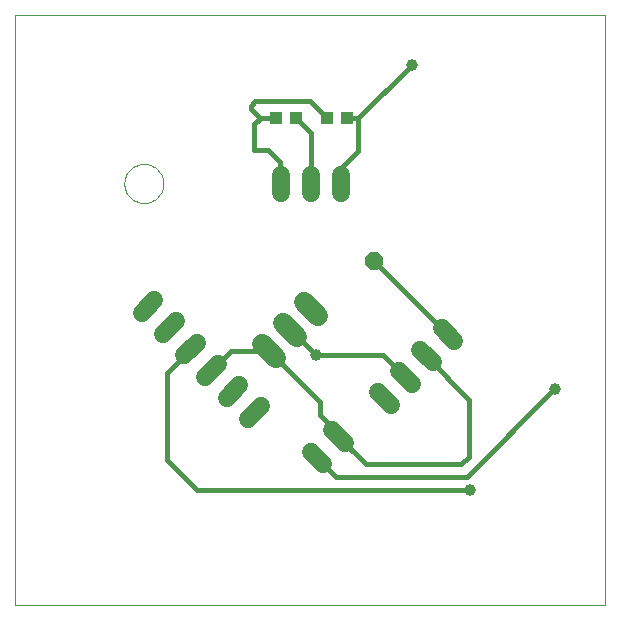
<source format=gtl>
G75*
%MOIN*%
%OFA0B0*%
%FSLAX24Y24*%
%IPPOS*%
%LPD*%
%AMOC8*
5,1,8,0,0,1.08239X$1,22.5*
%
%ADD10C,0.0000*%
%ADD11C,0.0600*%
%ADD12OC8,0.0600*%
%ADD13C,0.0660*%
%ADD14R,0.0433X0.0394*%
%ADD15C,0.0160*%
%ADD16C,0.0396*%
D10*
X000100Y000100D02*
X000100Y019785D01*
X019785Y019785D01*
X019785Y000100D01*
X000100Y000100D01*
X003751Y014156D02*
X003753Y014206D01*
X003759Y014256D01*
X003769Y014306D01*
X003782Y014354D01*
X003799Y014402D01*
X003820Y014448D01*
X003844Y014492D01*
X003872Y014534D01*
X003903Y014574D01*
X003937Y014611D01*
X003974Y014646D01*
X004013Y014677D01*
X004054Y014706D01*
X004098Y014731D01*
X004144Y014753D01*
X004191Y014771D01*
X004239Y014785D01*
X004288Y014796D01*
X004338Y014803D01*
X004388Y014806D01*
X004439Y014805D01*
X004489Y014800D01*
X004539Y014791D01*
X004587Y014779D01*
X004635Y014762D01*
X004681Y014742D01*
X004726Y014719D01*
X004769Y014692D01*
X004809Y014662D01*
X004847Y014629D01*
X004882Y014593D01*
X004915Y014554D01*
X004944Y014513D01*
X004970Y014470D01*
X004993Y014425D01*
X005012Y014378D01*
X005027Y014330D01*
X005039Y014281D01*
X005047Y014231D01*
X005051Y014181D01*
X005051Y014131D01*
X005047Y014081D01*
X005039Y014031D01*
X005027Y013982D01*
X005012Y013934D01*
X004993Y013887D01*
X004970Y013842D01*
X004944Y013799D01*
X004915Y013758D01*
X004882Y013719D01*
X004847Y013683D01*
X004809Y013650D01*
X004769Y013620D01*
X004726Y013593D01*
X004681Y013570D01*
X004635Y013550D01*
X004587Y013533D01*
X004539Y013521D01*
X004489Y013512D01*
X004439Y013507D01*
X004388Y013506D01*
X004338Y013509D01*
X004288Y013516D01*
X004239Y013527D01*
X004191Y013541D01*
X004144Y013559D01*
X004098Y013581D01*
X004054Y013606D01*
X004013Y013635D01*
X003974Y013666D01*
X003937Y013701D01*
X003903Y013738D01*
X003872Y013778D01*
X003844Y013820D01*
X003820Y013864D01*
X003799Y013910D01*
X003782Y013958D01*
X003769Y014006D01*
X003759Y014056D01*
X003753Y014106D01*
X003751Y014156D01*
D11*
X004756Y010265D02*
X004332Y009841D01*
X005039Y009133D02*
X005463Y009558D01*
X006170Y008851D02*
X005746Y008426D01*
X006453Y007719D02*
X006878Y008143D01*
X007585Y007436D02*
X007160Y007012D01*
X007868Y006305D02*
X008292Y006729D01*
X009966Y005223D02*
X010390Y004799D01*
X011098Y005506D02*
X010673Y005931D01*
X012209Y007206D02*
X012633Y006782D01*
X013340Y007489D02*
X012916Y007913D01*
X013623Y008621D02*
X014048Y008196D01*
X014755Y008903D02*
X014330Y009328D01*
X010962Y013855D02*
X010962Y014455D01*
X009962Y014455D02*
X009962Y013855D01*
X008962Y013855D02*
X008962Y014455D01*
D12*
X012072Y011585D03*
D13*
X010220Y009751D02*
X009753Y010218D01*
X009046Y009510D02*
X009513Y009044D01*
X008806Y008337D02*
X008339Y008803D01*
D14*
X008797Y016345D03*
X009467Y016345D03*
X010517Y016325D03*
X011187Y016325D03*
D15*
X011552Y016325D01*
X011552Y015255D01*
X010962Y014665D01*
X010962Y014155D01*
X009962Y014155D02*
X009962Y015850D01*
X009467Y016345D01*
X008797Y016345D02*
X008292Y016345D01*
X008082Y016135D01*
X008082Y015265D01*
X008552Y015265D01*
X008952Y014865D01*
X008952Y014165D01*
X008962Y014155D01*
X008292Y016345D02*
X008282Y016345D01*
X007972Y016655D01*
X007972Y016745D01*
X008122Y016895D01*
X009947Y016895D01*
X010517Y016325D01*
X011552Y016325D02*
X013342Y018115D01*
X012073Y011585D02*
X012072Y011585D01*
X012073Y011585D02*
X014543Y009116D01*
X013835Y008408D02*
X013835Y008361D01*
X015242Y006955D01*
X015242Y005055D01*
X014982Y004795D01*
X011809Y004795D01*
X010885Y005718D01*
X010885Y005831D01*
X010282Y006435D01*
X010282Y006861D01*
X008573Y008570D01*
X007304Y008570D01*
X006665Y007931D01*
X005958Y008638D02*
X005172Y007852D01*
X005172Y004935D01*
X006182Y003925D01*
X015262Y003925D01*
X015162Y004385D02*
X018082Y007305D01*
X018102Y007305D01*
X015162Y004385D02*
X010805Y004385D01*
X010178Y005011D01*
X013128Y007701D02*
X012375Y008455D01*
X010142Y008455D01*
X009320Y009277D01*
X009280Y009277D01*
D16*
X010142Y008455D03*
X015262Y003925D03*
X018102Y007305D03*
X013342Y018115D03*
M02*

</source>
